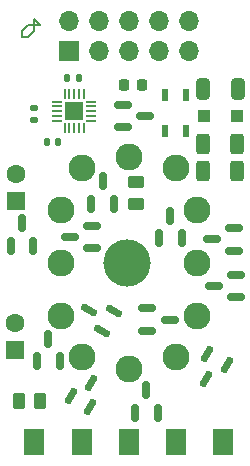
<source format=gbr>
%TF.GenerationSoftware,KiCad,Pcbnew,(6.0.0)*%
%TF.CreationDate,2023-04-30T17:40:05-04:00*%
%TF.ProjectId,nixitest1,6e697869-7465-4737-9431-2e6b69636164,rev?*%
%TF.SameCoordinates,Original*%
%TF.FileFunction,Soldermask,Top*%
%TF.FilePolarity,Negative*%
%FSLAX46Y46*%
G04 Gerber Fmt 4.6, Leading zero omitted, Abs format (unit mm)*
G04 Created by KiCad (PCBNEW (6.0.0)) date 2023-04-30 17:40:05*
%MOMM*%
%LPD*%
G01*
G04 APERTURE LIST*
G04 Aperture macros list*
%AMRoundRect*
0 Rectangle with rounded corners*
0 $1 Rounding radius*
0 $2 $3 $4 $5 $6 $7 $8 $9 X,Y pos of 4 corners*
0 Add a 4 corners polygon primitive as box body*
4,1,4,$2,$3,$4,$5,$6,$7,$8,$9,$2,$3,0*
0 Add four circle primitives for the rounded corners*
1,1,$1+$1,$2,$3*
1,1,$1+$1,$4,$5*
1,1,$1+$1,$6,$7*
1,1,$1+$1,$8,$9*
0 Add four rect primitives between the rounded corners*
20,1,$1+$1,$2,$3,$4,$5,0*
20,1,$1+$1,$4,$5,$6,$7,0*
20,1,$1+$1,$6,$7,$8,$9,0*
20,1,$1+$1,$8,$9,$2,$3,0*%
G04 Aperture macros list end*
%ADD10C,0.150000*%
%ADD11C,4.000000*%
%ADD12C,2.280000*%
%ADD13R,1.750000X2.250000*%
%ADD14RoundRect,0.150000X0.587500X0.150000X-0.587500X0.150000X-0.587500X-0.150000X0.587500X-0.150000X0*%
%ADD15RoundRect,0.150000X0.150000X-0.587500X0.150000X0.587500X-0.150000X0.587500X-0.150000X-0.587500X0*%
%ADD16RoundRect,0.055000X-0.220000X0.445000X-0.220000X-0.445000X0.220000X-0.445000X0.220000X0.445000X0*%
%ADD17RoundRect,0.050000X-0.375000X-0.050000X0.375000X-0.050000X0.375000X0.050000X-0.375000X0.050000X0*%
%ADD18RoundRect,0.050000X-0.050000X-0.375000X0.050000X-0.375000X0.050000X0.375000X-0.050000X0.375000X0*%
%ADD19R,1.650000X1.650000*%
%ADD20RoundRect,0.250000X0.325000X0.650000X-0.325000X0.650000X-0.325000X-0.650000X0.325000X-0.650000X0*%
%ADD21RoundRect,0.150000X-0.587500X-0.150000X0.587500X-0.150000X0.587500X0.150000X-0.587500X0.150000X0*%
%ADD22RoundRect,0.135000X0.185000X-0.135000X0.185000X0.135000X-0.185000X0.135000X-0.185000X-0.135000X0*%
%ADD23RoundRect,0.135000X-0.135000X-0.185000X0.135000X-0.185000X0.135000X0.185000X-0.135000X0.185000X0*%
%ADD24RoundRect,0.250000X-0.450000X0.262500X-0.450000X-0.262500X0.450000X-0.262500X0.450000X0.262500X0*%
%ADD25RoundRect,0.250000X-0.312500X-0.625000X0.312500X-0.625000X0.312500X0.625000X-0.312500X0.625000X0*%
%ADD26RoundRect,0.160000X0.640000X-0.640000X0.640000X0.640000X-0.640000X0.640000X-0.640000X-0.640000X0*%
%ADD27C,1.600000*%
%ADD28RoundRect,0.150000X0.163846X0.583790X-0.423654X-0.433790X-0.163846X-0.583790X0.423654X0.433790X0*%
%ADD29R,1.700000X1.700000*%
%ADD30O,1.700000X1.700000*%
%ADD31RoundRect,0.250000X0.262500X0.450000X-0.262500X0.450000X-0.262500X-0.450000X0.262500X-0.450000X0*%
%ADD32RoundRect,0.225000X0.225000X0.250000X-0.225000X0.250000X-0.225000X-0.250000X0.225000X-0.250000X0*%
%ADD33RoundRect,0.150000X-0.163846X-0.583790X0.423654X0.433790X0.163846X0.583790X-0.423654X-0.433790X0*%
%ADD34RoundRect,0.150000X0.583790X-0.163846X-0.433790X0.423654X-0.583790X0.163846X0.433790X-0.423654X0*%
%ADD35RoundRect,0.250000X0.312500X0.625000X-0.312500X0.625000X-0.312500X-0.625000X0.312500X-0.625000X0*%
%ADD36R,1.100000X1.100000*%
%ADD37RoundRect,0.140000X0.140000X0.170000X-0.140000X0.170000X-0.140000X-0.170000X0.140000X-0.170000X0*%
G04 APERTURE END LIST*
D10*
X82470000Y-59860000D02*
X81970000Y-59360000D01*
X81470000Y-59860000D02*
X82470000Y-59860000D01*
X81970000Y-60360000D02*
X81470000Y-60860000D01*
X80970000Y-60360000D02*
X81470000Y-59860000D01*
X81970000Y-59360000D02*
X81970000Y-60360000D01*
X81470000Y-60860000D02*
X80970000Y-60860000D01*
X80970000Y-60860000D02*
X80970000Y-60360000D01*
D11*
%TO.C,U2*%
X89850000Y-80020000D03*
D12*
X86000000Y-72000000D03*
X84250000Y-75500000D03*
X84250000Y-80000000D03*
X84250000Y-80000000D03*
X84250000Y-84500000D03*
X86000000Y-88000000D03*
X90000000Y-89000000D03*
X94000000Y-88000000D03*
X95750000Y-84500000D03*
X95750000Y-80000000D03*
X95750000Y-75500000D03*
X94000000Y-72000000D03*
X90000000Y-71000000D03*
%TD*%
D13*
%TO.C,J6*%
X98000000Y-95125000D03*
%TD*%
D14*
%TO.C,Q5*%
X99057500Y-82920000D03*
X99057500Y-81020000D03*
X97182500Y-81970000D03*
%TD*%
D15*
%TO.C,Q9*%
X92560000Y-77927500D03*
X94460000Y-77927500D03*
X93510000Y-76052500D03*
%TD*%
%TO.C,Q12*%
X86830000Y-74967500D03*
X88730000Y-74967500D03*
X87780000Y-73092500D03*
%TD*%
%TO.C,Q13*%
X80020000Y-78527500D03*
X81920000Y-78527500D03*
X80970000Y-76652500D03*
%TD*%
%TO.C,Q6*%
X82230000Y-88307500D03*
X84130000Y-88307500D03*
X83180000Y-86432500D03*
%TD*%
D16*
%TO.C,T1*%
X93070000Y-65790000D03*
X94840000Y-65790000D03*
X94840000Y-68790000D03*
X93070000Y-68790000D03*
%TD*%
D17*
%TO.C,U1*%
X83909999Y-66340000D03*
X83909999Y-66740000D03*
X83909999Y-67140000D03*
X83909999Y-67540000D03*
X83909999Y-67940000D03*
D18*
X84559999Y-68590000D03*
X84959999Y-68590000D03*
X85359999Y-68590000D03*
X85759999Y-68590000D03*
X86159999Y-68590000D03*
D17*
X86809999Y-67940000D03*
X86809999Y-67540000D03*
X86809999Y-67140000D03*
X86809999Y-66740000D03*
X86809999Y-66340000D03*
D18*
X86159999Y-65690000D03*
X85759999Y-65690000D03*
X85359999Y-65690000D03*
X84959999Y-65690000D03*
X84559999Y-65690000D03*
D19*
X85359999Y-67140000D03*
%TD*%
D20*
%TO.C,C1*%
X99225000Y-65250000D03*
X96275000Y-65250000D03*
%TD*%
D21*
%TO.C,Q4*%
X91562500Y-83840000D03*
X91562500Y-85740000D03*
X93437500Y-84790000D03*
%TD*%
D22*
%TO.C,R1*%
X82000000Y-67870000D03*
X82000000Y-66850000D03*
%TD*%
D14*
%TO.C,Q2*%
X86847500Y-78740000D03*
X86847500Y-76840000D03*
X84972500Y-77790000D03*
%TD*%
D21*
%TO.C,Q1*%
X89462500Y-66600000D03*
X89462500Y-68500000D03*
X91337500Y-67550000D03*
%TD*%
D23*
%TO.C,R3*%
X84780000Y-64300000D03*
X85800000Y-64300000D03*
%TD*%
D13*
%TO.C,J5*%
X94000000Y-95125000D03*
%TD*%
D24*
%TO.C,R6*%
X90590000Y-73177500D03*
X90590000Y-75002500D03*
%TD*%
D13*
%TO.C,J3*%
X90000000Y-95125000D03*
%TD*%
D25*
%TO.C,R2*%
X96257500Y-72180000D03*
X99182500Y-72180000D03*
%TD*%
D26*
%TO.C,NE1*%
X80390000Y-87370000D03*
D27*
X80390000Y-85120000D03*
%TD*%
D15*
%TO.C,Q10*%
X90520000Y-92667500D03*
X92420000Y-92667500D03*
X91470000Y-90792500D03*
%TD*%
D28*
%TO.C,Q11*%
X98291474Y-88663101D03*
X96646026Y-87713101D03*
X96531250Y-89811899D03*
%TD*%
D26*
%TO.C,NE2*%
X80430000Y-74735000D03*
D27*
X80430000Y-72485000D03*
%TD*%
D13*
%TO.C,J4*%
X86000000Y-95125000D03*
%TD*%
%TO.C,J2*%
X82000000Y-95125000D03*
%TD*%
D29*
%TO.C,J1*%
X84910000Y-62020000D03*
D30*
X84910000Y-59480000D03*
X87450000Y-62020000D03*
X87450000Y-59480000D03*
X89990000Y-62020000D03*
X89990000Y-59480000D03*
X92530000Y-62020000D03*
X92530000Y-59480000D03*
X95070000Y-62020000D03*
X95070000Y-59480000D03*
%TD*%
D31*
%TO.C,R5*%
X82492500Y-91730000D03*
X80667500Y-91730000D03*
%TD*%
D32*
%TO.C,C2*%
X91115000Y-64910000D03*
X89565000Y-64910000D03*
%TD*%
D14*
%TO.C,Q8*%
X98937500Y-78950000D03*
X98937500Y-77050000D03*
X97062500Y-78000000D03*
%TD*%
D33*
%TO.C,Q7*%
X85058526Y-91286899D03*
X86703974Y-92236899D03*
X86818750Y-90138101D03*
%TD*%
D34*
%TO.C,Q3*%
X87746899Y-85731474D03*
X88696899Y-84086026D03*
X86598101Y-83971250D03*
%TD*%
D35*
%TO.C,R4*%
X99182500Y-69910000D03*
X96257500Y-69910000D03*
%TD*%
D36*
%TO.C,D1*%
X99180000Y-67600000D03*
X96380000Y-67600000D03*
%TD*%
D37*
%TO.C,C3*%
X84030000Y-69800000D03*
X83070000Y-69800000D03*
%TD*%
M02*

</source>
